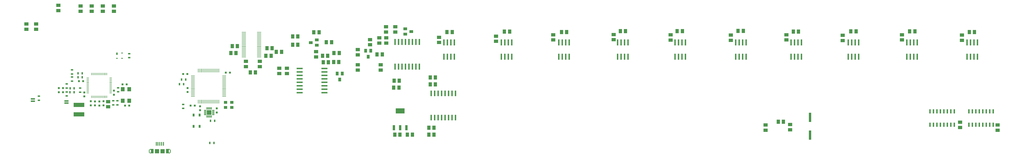
<source format=gbr>
G04 EAGLE Gerber RS-274X export*
G75*
%MOMM*%
%FSLAX34Y34*%
%LPD*%
%INSolderpaste Top*%
%IPPOS*%
%AMOC8*
5,1,8,0,0,1.08239X$1,22.5*%
G01*
%ADD10R,1.300000X1.500000*%
%ADD11R,0.600000X2.200000*%
%ADD12R,1.500000X1.300000*%
%ADD13R,1.600000X1.300000*%
%ADD14R,1.473200X0.279400*%
%ADD15R,0.279400X1.473200*%
%ADD16R,1.300000X1.050000*%
%ADD17R,0.600000X0.900000*%
%ADD18R,0.800000X0.800000*%
%ADD19R,0.812800X0.304800*%
%ADD20R,0.304800X0.812800*%
%ADD21R,1.701800X1.701800*%
%ADD22R,0.650000X1.050000*%
%ADD23R,0.482600X1.600200*%
%ADD24R,1.000000X1.400000*%
%ADD25R,1.400000X1.000000*%
%ADD26R,0.558800X2.298700*%
%ADD27R,2.298700X0.558800*%
%ADD28R,0.900000X1.860000*%
%ADD29R,3.190000X1.860000*%
%ADD30R,0.840000X0.260000*%
%ADD31R,0.260000X0.840000*%
%ADD32R,0.900000X0.600000*%
%ADD33R,1.500000X0.500000*%
%ADD34R,1.400000X1.600000*%
%ADD35R,1.400000X1.630000*%
%ADD36R,4.000000X1.500000*%
%ADD37R,0.535000X0.825000*%
%ADD38R,0.535000X0.400000*%
%ADD39C,0.000100*%
%ADD40R,0.400000X1.350000*%
%ADD41R,1.500000X1.550000*%
%ADD42R,1.550000X0.250000*%
%ADD43R,0.508000X1.993900*%
%ADD44R,0.900000X3.400000*%

G36*
X649680Y4946D02*
X649680Y4946D01*
X649681Y4945D01*
X650793Y5071D01*
X650794Y5071D01*
X651851Y5441D01*
X651852Y5441D01*
X652800Y6037D01*
X652800Y6038D01*
X652801Y6038D01*
X653593Y6829D01*
X653593Y6830D01*
X654189Y7778D01*
X654189Y7779D01*
X654559Y8836D01*
X654559Y8837D01*
X654560Y8840D01*
X654560Y8844D01*
X654561Y8849D01*
X654561Y8854D01*
X654563Y8868D01*
X654563Y8873D01*
X654564Y8878D01*
X654564Y8882D01*
X654565Y8882D01*
X654564Y8882D01*
X654565Y8887D01*
X654566Y8892D01*
X654567Y8906D01*
X654568Y8911D01*
X654568Y8916D01*
X654569Y8920D01*
X654569Y8925D01*
X654570Y8930D01*
X654571Y8944D01*
X654572Y8949D01*
X654573Y8954D01*
X654573Y8958D01*
X654574Y8963D01*
X654574Y8968D01*
X654576Y8982D01*
X654576Y8987D01*
X654577Y8992D01*
X654577Y8996D01*
X654578Y9001D01*
X654579Y9015D01*
X654580Y9015D01*
X654579Y9015D01*
X654580Y9020D01*
X654581Y9025D01*
X654581Y9030D01*
X654582Y9034D01*
X654582Y9039D01*
X654584Y9053D01*
X654584Y9058D01*
X654585Y9063D01*
X654585Y9068D01*
X654586Y9072D01*
X654586Y9077D01*
X654588Y9091D01*
X654589Y9096D01*
X654589Y9101D01*
X654590Y9106D01*
X654590Y9110D01*
X654591Y9115D01*
X654592Y9129D01*
X654593Y9134D01*
X654593Y9139D01*
X654594Y9144D01*
X654594Y9148D01*
X654597Y9167D01*
X654597Y9172D01*
X654598Y9177D01*
X654598Y9182D01*
X654599Y9186D01*
X654600Y9201D01*
X654601Y9205D01*
X654601Y9210D01*
X654602Y9215D01*
X654602Y9220D01*
X654603Y9220D01*
X654602Y9220D01*
X654603Y9224D01*
X654605Y9239D01*
X654605Y9243D01*
X654606Y9248D01*
X654606Y9253D01*
X654607Y9258D01*
X654607Y9262D01*
X654609Y9277D01*
X654609Y9281D01*
X654610Y9286D01*
X654611Y9291D01*
X654611Y9296D01*
X654612Y9300D01*
X654613Y9315D01*
X654614Y9319D01*
X654614Y9324D01*
X654615Y9329D01*
X654615Y9334D01*
X654617Y9353D01*
X654618Y9353D01*
X654617Y9353D01*
X654618Y9357D01*
X654619Y9362D01*
X654619Y9367D01*
X654620Y9372D01*
X654621Y9386D01*
X654622Y9391D01*
X654622Y9395D01*
X654623Y9400D01*
X654623Y9405D01*
X654624Y9410D01*
X654626Y9424D01*
X654626Y9429D01*
X654627Y9433D01*
X654627Y9438D01*
X654628Y9443D01*
X654628Y9448D01*
X654630Y9462D01*
X654630Y9467D01*
X654631Y9471D01*
X654631Y9476D01*
X654632Y9481D01*
X654632Y9486D01*
X654634Y9500D01*
X654635Y9505D01*
X654635Y9509D01*
X654636Y9514D01*
X654636Y9519D01*
X654638Y9533D01*
X654638Y9538D01*
X654639Y9543D01*
X654639Y9547D01*
X654640Y9552D01*
X654640Y9557D01*
X654641Y9557D01*
X654640Y9557D01*
X654642Y9571D01*
X654643Y9576D01*
X654643Y9581D01*
X654644Y9585D01*
X654644Y9590D01*
X654645Y9595D01*
X654646Y9609D01*
X654647Y9614D01*
X654647Y9619D01*
X654648Y9623D01*
X654649Y9628D01*
X654649Y9633D01*
X654651Y9647D01*
X654651Y9652D01*
X654652Y9657D01*
X654652Y9661D01*
X654653Y9666D01*
X654655Y9685D01*
X654655Y9690D01*
X654656Y9690D01*
X654655Y9690D01*
X654656Y9695D01*
X654657Y9699D01*
X654657Y9704D01*
X654659Y9718D01*
X654659Y9723D01*
X654660Y9728D01*
X654660Y9733D01*
X654661Y9737D01*
X654661Y9742D01*
X654663Y9756D01*
X654664Y9761D01*
X654664Y9766D01*
X654665Y9771D01*
X654665Y9775D01*
X654666Y9780D01*
X654667Y9794D01*
X654668Y9799D01*
X654668Y9804D01*
X654669Y9809D01*
X654669Y9813D01*
X654670Y9818D01*
X654672Y9832D01*
X654672Y9837D01*
X654673Y9842D01*
X654673Y9847D01*
X654674Y9851D01*
X654676Y9870D01*
X654676Y9875D01*
X654677Y9880D01*
X654677Y9885D01*
X654678Y9889D01*
X654680Y9904D01*
X654680Y9908D01*
X654681Y9913D01*
X654681Y9918D01*
X654682Y9923D01*
X654682Y9927D01*
X654684Y9942D01*
X654684Y9946D01*
X654685Y9949D01*
X654685Y9950D01*
X654685Y15450D01*
X654685Y15451D01*
X654559Y16563D01*
X654559Y16564D01*
X654189Y17621D01*
X654189Y17622D01*
X653593Y18570D01*
X653592Y18570D01*
X653593Y18571D01*
X652801Y19363D01*
X652800Y19363D01*
X651852Y19959D01*
X651851Y19959D01*
X650794Y20329D01*
X650793Y20329D01*
X649681Y20455D01*
X649680Y20455D01*
X637680Y20455D01*
X637675Y20451D01*
X637676Y20450D01*
X637675Y20450D01*
X637675Y4950D01*
X637679Y4945D01*
X637680Y4946D01*
X637680Y4945D01*
X649680Y4945D01*
X649680Y4946D01*
G37*
G36*
X591685Y4949D02*
X591685Y4949D01*
X591684Y4950D01*
X591685Y4950D01*
X591685Y20450D01*
X591681Y20455D01*
X591680Y20454D01*
X591680Y20455D01*
X579680Y20455D01*
X579679Y20455D01*
X578567Y20329D01*
X578566Y20329D01*
X577509Y19959D01*
X577508Y19959D01*
X576560Y19363D01*
X576560Y19362D01*
X576559Y19363D01*
X575768Y18571D01*
X575767Y18570D01*
X575171Y17622D01*
X575171Y17621D01*
X574801Y16564D01*
X574801Y16563D01*
X574800Y16555D01*
X574799Y16550D01*
X574799Y16545D01*
X574798Y16541D01*
X574798Y16536D01*
X574795Y16517D01*
X574795Y16512D01*
X574794Y16507D01*
X574794Y16503D01*
X574793Y16498D01*
X574792Y16484D01*
X574791Y16479D01*
X574791Y16474D01*
X574790Y16469D01*
X574790Y16465D01*
X574789Y16460D01*
X574787Y16446D01*
X574787Y16441D01*
X574786Y16436D01*
X574786Y16431D01*
X574785Y16427D01*
X574785Y16422D01*
X574783Y16408D01*
X574783Y16403D01*
X574782Y16398D01*
X574782Y16393D01*
X574781Y16389D01*
X574780Y16384D01*
X574779Y16370D01*
X574778Y16365D01*
X574778Y16360D01*
X574777Y16355D01*
X574777Y16351D01*
X574775Y16332D01*
X574774Y16327D01*
X574774Y16322D01*
X574773Y16322D01*
X574774Y16322D01*
X574773Y16317D01*
X574772Y16313D01*
X574771Y16298D01*
X574770Y16294D01*
X574770Y16289D01*
X574769Y16284D01*
X574769Y16279D01*
X574768Y16275D01*
X574767Y16260D01*
X574766Y16256D01*
X574765Y16251D01*
X574765Y16246D01*
X574764Y16241D01*
X574764Y16237D01*
X574762Y16222D01*
X574762Y16218D01*
X574761Y16213D01*
X574761Y16208D01*
X574760Y16203D01*
X574760Y16199D01*
X574758Y16184D01*
X574757Y16180D01*
X574757Y16175D01*
X574756Y16170D01*
X574756Y16165D01*
X574754Y16151D01*
X574754Y16146D01*
X574753Y16142D01*
X574753Y16137D01*
X574752Y16132D01*
X574752Y16127D01*
X574750Y16113D01*
X574749Y16108D01*
X574749Y16104D01*
X574748Y16099D01*
X574748Y16094D01*
X574747Y16089D01*
X574746Y16075D01*
X574745Y16070D01*
X574745Y16066D01*
X574744Y16061D01*
X574744Y16056D01*
X574743Y16051D01*
X574741Y16037D01*
X574741Y16032D01*
X574740Y16028D01*
X574740Y16023D01*
X574739Y16018D01*
X574737Y15999D01*
X574737Y15994D01*
X574736Y15990D01*
X574736Y15985D01*
X574735Y15985D01*
X574736Y15985D01*
X574735Y15980D01*
X574733Y15966D01*
X574733Y15961D01*
X574732Y15956D01*
X574732Y15952D01*
X574731Y15947D01*
X574731Y15942D01*
X574729Y15928D01*
X574729Y15923D01*
X574728Y15918D01*
X574727Y15914D01*
X574727Y15909D01*
X574726Y15904D01*
X574725Y15890D01*
X574724Y15885D01*
X574724Y15880D01*
X574723Y15876D01*
X574723Y15871D01*
X574722Y15866D01*
X574721Y15852D01*
X574720Y15852D01*
X574721Y15852D01*
X574720Y15847D01*
X574719Y15842D01*
X574719Y15838D01*
X574718Y15833D01*
X574716Y15814D01*
X574716Y15809D01*
X574715Y15804D01*
X574715Y15800D01*
X574714Y15795D01*
X574712Y15781D01*
X574712Y15776D01*
X574711Y15771D01*
X574711Y15766D01*
X574710Y15762D01*
X574710Y15757D01*
X574708Y15743D01*
X574708Y15738D01*
X574707Y15733D01*
X574707Y15728D01*
X574706Y15724D01*
X574706Y15719D01*
X574704Y15705D01*
X574703Y15700D01*
X574703Y15695D01*
X574702Y15690D01*
X574702Y15686D01*
X574701Y15681D01*
X574700Y15667D01*
X574699Y15662D01*
X574699Y15657D01*
X574698Y15652D01*
X574698Y15648D01*
X574697Y15648D01*
X574698Y15648D01*
X574696Y15633D01*
X574695Y15629D01*
X574695Y15624D01*
X574694Y15619D01*
X574694Y15614D01*
X574693Y15610D01*
X574692Y15595D01*
X574691Y15591D01*
X574691Y15586D01*
X574690Y15581D01*
X574689Y15576D01*
X574689Y15572D01*
X574687Y15557D01*
X574687Y15553D01*
X574686Y15548D01*
X574686Y15543D01*
X574685Y15538D01*
X574685Y15534D01*
X574683Y15519D01*
X574683Y15515D01*
X574682Y15515D01*
X574683Y15515D01*
X574682Y15510D01*
X574681Y15505D01*
X574681Y15500D01*
X574679Y15481D01*
X574678Y15477D01*
X574678Y15472D01*
X574677Y15467D01*
X574677Y15462D01*
X574675Y15451D01*
X574676Y15450D01*
X574675Y15450D01*
X574675Y9950D01*
X574676Y9950D01*
X574675Y9949D01*
X574801Y8837D01*
X574801Y8836D01*
X575171Y7779D01*
X575171Y7778D01*
X575767Y6830D01*
X575768Y6830D01*
X575768Y6829D01*
X576559Y6038D01*
X576560Y6037D01*
X577508Y5441D01*
X577509Y5441D01*
X578566Y5071D01*
X578567Y5071D01*
X579679Y4945D01*
X579680Y4946D01*
X579680Y4945D01*
X591680Y4945D01*
X591685Y4949D01*
G37*
%LPC*%
G36*
X649034Y7040D02*
X649034Y7040D01*
X648433Y7289D01*
X647916Y7686D01*
X647519Y8203D01*
X647270Y8804D01*
X647185Y9450D01*
X647185Y15950D01*
X647270Y16596D01*
X647519Y17198D01*
X647916Y17714D01*
X648433Y18111D01*
X649034Y18360D01*
X649680Y18445D01*
X650326Y18360D01*
X650928Y18111D01*
X651444Y17714D01*
X651841Y17198D01*
X652090Y16596D01*
X652175Y15950D01*
X652175Y9450D01*
X652139Y9178D01*
X652139Y9173D01*
X652138Y9169D01*
X652138Y9164D01*
X652137Y9159D01*
X652136Y9154D01*
X652136Y9150D01*
X652135Y9145D01*
X652134Y9140D01*
X652134Y9135D01*
X652133Y9131D01*
X652133Y9126D01*
X652132Y9121D01*
X652131Y9116D01*
X652131Y9112D01*
X652130Y9107D01*
X652129Y9102D01*
X652129Y9097D01*
X652128Y9093D01*
X652128Y9088D01*
X652127Y9083D01*
X652126Y9078D01*
X652126Y9074D01*
X652125Y9069D01*
X652124Y9064D01*
X652124Y9059D01*
X652123Y9055D01*
X652123Y9050D01*
X652122Y9045D01*
X652121Y9040D01*
X652121Y9036D01*
X652120Y9031D01*
X652090Y8804D01*
X651841Y8203D01*
X651444Y7686D01*
X650928Y7289D01*
X650326Y7040D01*
X649680Y6955D01*
X649034Y7040D01*
G37*
%LPD*%
%LPC*%
G36*
X579034Y7040D02*
X579034Y7040D01*
X578433Y7289D01*
X577916Y7686D01*
X577519Y8203D01*
X577270Y8804D01*
X577185Y9450D01*
X577185Y15950D01*
X577185Y15955D01*
X577186Y15955D01*
X577185Y15955D01*
X577186Y15960D01*
X577187Y15965D01*
X577187Y15969D01*
X577188Y15974D01*
X577189Y15979D01*
X577189Y15984D01*
X577190Y15988D01*
X577190Y15993D01*
X577191Y15993D01*
X577191Y15998D01*
X577192Y16003D01*
X577192Y16007D01*
X577193Y16012D01*
X577229Y16288D01*
X577230Y16292D01*
X577231Y16297D01*
X577231Y16302D01*
X577232Y16307D01*
X577232Y16311D01*
X577233Y16316D01*
X577234Y16321D01*
X577234Y16326D01*
X577235Y16330D01*
X577236Y16335D01*
X577236Y16340D01*
X577237Y16345D01*
X577237Y16349D01*
X577238Y16354D01*
X577239Y16359D01*
X577239Y16364D01*
X577240Y16368D01*
X577241Y16373D01*
X577241Y16378D01*
X577242Y16383D01*
X577242Y16387D01*
X577243Y16392D01*
X577244Y16397D01*
X577244Y16402D01*
X577245Y16406D01*
X577246Y16411D01*
X577246Y16416D01*
X577247Y16421D01*
X577247Y16425D01*
X577248Y16430D01*
X577249Y16435D01*
X577249Y16440D01*
X577270Y16596D01*
X577519Y17198D01*
X577916Y17714D01*
X578433Y18111D01*
X579034Y18360D01*
X579680Y18445D01*
X580326Y18360D01*
X580928Y18111D01*
X581444Y17714D01*
X581841Y17198D01*
X582090Y16596D01*
X582175Y15950D01*
X582175Y9450D01*
X582090Y8804D01*
X581841Y8203D01*
X581444Y7686D01*
X580928Y7289D01*
X580326Y7040D01*
X579680Y6955D01*
X579034Y7040D01*
G37*
%LPD*%
D10*
X1664566Y450454D03*
X1683566Y450454D03*
D11*
X1691894Y411572D03*
X1679194Y411572D03*
X1666494Y411572D03*
X1653794Y411572D03*
X1653794Y359572D03*
X1666494Y359572D03*
X1679194Y359572D03*
X1691894Y359572D03*
D12*
X1635760Y411886D03*
X1635760Y430886D03*
D13*
X2919520Y110960D03*
X2919520Y90960D03*
D10*
X2875640Y120500D03*
X2894640Y120500D03*
X1874760Y451500D03*
X1893760Y451500D03*
D11*
X1901770Y411572D03*
X1889070Y411572D03*
X1876370Y411572D03*
X1863670Y411572D03*
X1863670Y359572D03*
X1876370Y359572D03*
X1889070Y359572D03*
X1901770Y359572D03*
D12*
X1843720Y416000D03*
X1843720Y435000D03*
D10*
X2083220Y450500D03*
X2102220Y450500D03*
D11*
X2111770Y411572D03*
X2099070Y411572D03*
X2086370Y411572D03*
X2073670Y411572D03*
X2073670Y359572D03*
X2086370Y359572D03*
X2099070Y359572D03*
X2111770Y359572D03*
D12*
X2052720Y421000D03*
X2052720Y440000D03*
D10*
X2298220Y453500D03*
X2317220Y453500D03*
D11*
X2326770Y411572D03*
X2314070Y411572D03*
X2301370Y411572D03*
X2288670Y411572D03*
X2288670Y359572D03*
X2301370Y359572D03*
X2314070Y359572D03*
X2326770Y359572D03*
D12*
X2273720Y422000D03*
X2273720Y441000D03*
D10*
X2506420Y453700D03*
X2525420Y453700D03*
D11*
X2536770Y411572D03*
X2524070Y411572D03*
X2511370Y411572D03*
X2498670Y411572D03*
X2498670Y359572D03*
X2511370Y359572D03*
X2524070Y359572D03*
X2536770Y359572D03*
D12*
X2482420Y420700D03*
X2482420Y439700D03*
D10*
X2728920Y454500D03*
X2747920Y454500D03*
D11*
X2757970Y411572D03*
X2745270Y411572D03*
X2732570Y411572D03*
X2719870Y411572D03*
X2719870Y359572D03*
X2732570Y359572D03*
X2745270Y359572D03*
X2757970Y359572D03*
D12*
X2702240Y420000D03*
X2702240Y439000D03*
D10*
X2930620Y452000D03*
X2949620Y452000D03*
D11*
X2960770Y411572D03*
X2948070Y411572D03*
X2935370Y411572D03*
X2922670Y411572D03*
X2922670Y359572D03*
X2935370Y359572D03*
X2948070Y359572D03*
X2960770Y359572D03*
D12*
X2905220Y420900D03*
X2905220Y439900D03*
D10*
X3141220Y452500D03*
X3160220Y452500D03*
D11*
X3169770Y411572D03*
X3157070Y411572D03*
X3144370Y411572D03*
X3131670Y411572D03*
X3131670Y359572D03*
X3144370Y359572D03*
X3157070Y359572D03*
X3169770Y359572D03*
D12*
X3111720Y419000D03*
X3111720Y438000D03*
D10*
X3356220Y452500D03*
X3375220Y452500D03*
D11*
X3383770Y411572D03*
X3371070Y411572D03*
X3358370Y411572D03*
X3345670Y411572D03*
X3345670Y359572D03*
X3358370Y359572D03*
X3371070Y359572D03*
X3383770Y359572D03*
D12*
X3327720Y421000D03*
X3327720Y440000D03*
D10*
X3574220Y450500D03*
X3593220Y450500D03*
D11*
X3603770Y411572D03*
X3591070Y411572D03*
X3578370Y411572D03*
X3565670Y411572D03*
X3565670Y359572D03*
X3578370Y359572D03*
X3591070Y359572D03*
X3603770Y359572D03*
D12*
X3547720Y420000D03*
X3547720Y439000D03*
X127000Y460400D03*
X127000Y479400D03*
X243840Y528980D03*
X243840Y547980D03*
X162560Y460400D03*
X162560Y479400D03*
D14*
X735330Y289052D03*
X735330Y283972D03*
X735330Y278892D03*
X735330Y274066D03*
X735330Y268986D03*
X735330Y263906D03*
X735330Y259080D03*
X735330Y254000D03*
X735330Y248920D03*
X735330Y243840D03*
X735330Y239014D03*
X735330Y233934D03*
X735330Y228854D03*
X735330Y224028D03*
X735330Y218948D03*
X735330Y213868D03*
D15*
X754888Y194310D03*
X759968Y194310D03*
X765048Y194310D03*
X769874Y194310D03*
X774954Y194310D03*
X780034Y194310D03*
X784860Y194310D03*
X789940Y194310D03*
X795020Y194310D03*
X800100Y194310D03*
X804926Y194310D03*
X810006Y194310D03*
X815086Y194310D03*
X819912Y194310D03*
X824992Y194310D03*
X830072Y194310D03*
D14*
X849630Y213868D03*
X849630Y218948D03*
X849630Y224028D03*
X849630Y228854D03*
X849630Y233934D03*
X849630Y239014D03*
X849630Y243840D03*
X849630Y248920D03*
X849630Y254000D03*
X849630Y259080D03*
X849630Y263906D03*
X849630Y268986D03*
X849630Y274066D03*
X849630Y278892D03*
X849630Y283972D03*
X849630Y289052D03*
D15*
X830072Y308610D03*
X824992Y308610D03*
X819912Y308610D03*
X815086Y308610D03*
X810006Y308610D03*
X804926Y308610D03*
X800100Y308610D03*
X795020Y308610D03*
X789940Y308610D03*
X784860Y308610D03*
X780034Y308610D03*
X774954Y308610D03*
X769874Y308610D03*
X765048Y308610D03*
X759968Y308610D03*
X754888Y308610D03*
D16*
X877640Y192130D03*
X854640Y192130D03*
X854640Y173630D03*
X877640Y173630D03*
D17*
X686428Y258826D03*
X701428Y258826D03*
X694048Y275336D03*
X709048Y275336D03*
D18*
X716534Y229736D03*
X716534Y244736D03*
X700398Y296418D03*
X715398Y296418D03*
X823214Y154552D03*
X823214Y169552D03*
X762000Y162680D03*
X762000Y177680D03*
X871100Y300990D03*
X856100Y300990D03*
X727068Y179832D03*
X742068Y179832D03*
D19*
X809752Y147320D03*
X809752Y152400D03*
X809752Y157480D03*
X809752Y162560D03*
D20*
X802640Y169672D03*
X797560Y169672D03*
X792480Y169672D03*
X787400Y169672D03*
D19*
X780288Y162560D03*
X780288Y157480D03*
X780288Y152400D03*
X780288Y147320D03*
D20*
X787400Y140208D03*
X792480Y140208D03*
X797560Y140208D03*
X802640Y140208D03*
D21*
X795020Y154940D03*
D17*
X797680Y43180D03*
X812680Y43180D03*
X815220Y124460D03*
X800220Y124460D03*
D22*
X760050Y145210D03*
X760050Y103710D03*
X738550Y145210D03*
X738550Y103710D03*
D23*
X3519170Y159131D03*
X3506470Y159131D03*
X3493770Y159131D03*
X3481070Y159131D03*
X3468370Y159131D03*
X3455670Y159131D03*
X3442970Y159131D03*
X3430270Y159131D03*
X3430270Y110109D03*
X3442970Y110109D03*
X3455670Y110109D03*
X3468370Y110109D03*
X3481070Y110109D03*
X3493770Y110109D03*
X3506470Y110109D03*
X3519170Y110109D03*
X3661410Y159131D03*
X3648710Y159131D03*
X3636010Y159131D03*
X3623310Y159131D03*
X3610610Y159131D03*
X3597910Y159131D03*
X3585210Y159131D03*
X3572510Y159131D03*
X3572510Y110109D03*
X3585210Y110109D03*
X3597910Y110109D03*
X3610610Y110109D03*
X3623310Y110109D03*
X3636010Y110109D03*
X3648710Y110109D03*
X3661410Y110109D03*
D12*
X1338580Y385420D03*
X1338580Y366420D03*
D24*
X1386180Y381840D03*
X1367180Y381840D03*
X1376680Y359840D03*
D25*
X1511730Y461620D03*
X1511730Y442620D03*
X1533730Y452120D03*
D10*
X1409090Y368300D03*
X1428090Y368300D03*
D12*
X1475740Y469240D03*
X1475740Y450240D03*
X1383030Y422250D03*
X1383030Y403250D03*
X1441450Y450240D03*
X1441450Y469240D03*
D26*
X1474470Y323025D03*
X1487170Y323025D03*
X1499870Y323025D03*
X1512570Y323025D03*
X1525270Y323025D03*
X1537970Y323025D03*
X1550670Y323025D03*
X1563370Y323025D03*
X1563370Y413576D03*
X1550670Y413576D03*
X1537970Y413576D03*
X1525270Y413576D03*
X1512570Y413576D03*
X1499870Y413576D03*
X1487170Y413576D03*
X1474470Y413576D03*
D12*
X1338580Y310540D03*
X1338580Y329540D03*
X1422400Y310540D03*
X1422400Y329540D03*
X1442720Y428600D03*
X1442720Y409600D03*
D10*
X1490320Y271780D03*
X1471320Y271780D03*
X1196950Y449580D03*
X1177950Y449580D03*
D25*
X1188290Y401980D03*
X1188290Y420980D03*
X1166290Y411480D03*
D24*
X1282040Y298020D03*
X1263040Y298020D03*
X1272540Y276020D03*
D12*
X1186180Y377800D03*
X1186180Y358800D03*
D10*
X1269340Y340360D03*
X1250340Y340360D03*
X1242670Y412750D03*
X1223670Y412750D03*
X1251610Y373380D03*
X1270610Y373380D03*
D27*
X1125665Y316230D03*
X1125665Y303530D03*
X1125665Y290830D03*
X1125665Y278130D03*
X1125665Y265430D03*
X1125665Y252730D03*
X1125665Y240030D03*
X1125665Y227330D03*
X1216216Y227330D03*
X1216216Y240030D03*
X1216216Y252730D03*
X1216216Y265430D03*
X1216216Y278130D03*
X1216216Y290830D03*
X1216216Y303530D03*
X1216216Y316230D03*
D10*
X1100480Y403860D03*
X1119480Y403860D03*
X1100480Y434340D03*
X1119480Y434340D03*
X1231240Y339090D03*
X1212240Y339090D03*
D12*
X1079500Y297840D03*
X1079500Y316840D03*
X3540760Y118720D03*
X3540760Y99720D03*
X3677920Y108560D03*
X3677920Y89560D03*
X325120Y526440D03*
X325120Y545440D03*
X365760Y526440D03*
X365760Y545440D03*
X406400Y526440D03*
X406400Y545440D03*
X447040Y526440D03*
X447040Y545440D03*
X1417320Y428600D03*
X1417320Y409600D03*
D10*
X1228700Y363220D03*
X1209700Y363220D03*
D12*
X1051560Y297840D03*
X1051560Y316840D03*
D10*
X1489050Y246380D03*
X1470050Y246380D03*
X1617320Y99060D03*
X1598320Y99060D03*
X1617320Y73660D03*
X1598320Y73660D03*
X1622400Y257810D03*
X1603400Y257810D03*
X1622400Y283210D03*
X1603400Y283210D03*
D28*
X1470520Y98790D03*
X1493520Y98790D03*
X1516520Y98790D03*
D29*
X1493520Y160290D03*
D10*
X1538580Y73660D03*
X1519580Y73660D03*
X1473860Y73660D03*
X1492860Y73660D03*
D30*
X351446Y281754D03*
X351446Y276754D03*
X351446Y271754D03*
X351446Y266754D03*
X351446Y261754D03*
X351446Y256754D03*
X351446Y251754D03*
X351446Y246754D03*
X351446Y241754D03*
X351446Y236754D03*
X351446Y231754D03*
X351446Y226754D03*
D31*
X365946Y212254D03*
X370946Y212254D03*
X375946Y212254D03*
X380946Y212254D03*
X385946Y212254D03*
X390946Y212254D03*
X395946Y212254D03*
X400946Y212254D03*
X405946Y212254D03*
X410946Y212254D03*
X415946Y212254D03*
X420946Y212254D03*
D30*
X435446Y226754D03*
X435446Y231754D03*
X435446Y236754D03*
X435446Y241754D03*
X435446Y246754D03*
X435446Y251754D03*
X435446Y256754D03*
X435446Y261754D03*
X435446Y266754D03*
X435446Y271754D03*
X435446Y276754D03*
X435446Y281754D03*
D31*
X420946Y296254D03*
X415946Y296254D03*
X410946Y296254D03*
X405946Y296254D03*
X400946Y296254D03*
X395946Y296254D03*
X390946Y296254D03*
X385946Y296254D03*
X380946Y296254D03*
X375946Y296254D03*
X370946Y296254D03*
X365946Y296254D03*
D18*
X260738Y244094D03*
X245738Y244094D03*
X260738Y228854D03*
X245738Y228854D03*
D17*
X301378Y229362D03*
X286378Y229362D03*
D32*
X274574Y244214D03*
X274574Y259214D03*
X172466Y199764D03*
X172466Y214764D03*
X444246Y197492D03*
X444246Y182492D03*
X459740Y197492D03*
X459740Y182492D03*
D17*
X301632Y243840D03*
X286632Y243840D03*
X330842Y284226D03*
X315842Y284226D03*
X330842Y298704D03*
X315842Y298704D03*
D33*
X150368Y196152D03*
X150368Y204152D03*
D32*
X274574Y230258D03*
X274574Y215258D03*
X293624Y311030D03*
X293624Y296030D03*
X293370Y270122D03*
X293370Y285122D03*
D18*
X493148Y257556D03*
X478148Y257556D03*
D34*
X502728Y197948D03*
X502728Y239948D03*
D35*
X478728Y239948D03*
D34*
X478728Y197948D03*
D18*
X487546Y179832D03*
X502546Y179832D03*
D32*
X462534Y230498D03*
X462534Y245498D03*
D18*
X447294Y234830D03*
X447294Y219830D03*
X408432Y195714D03*
X408432Y180714D03*
X377444Y195460D03*
X377444Y180460D03*
X362204Y195714D03*
X362204Y180714D03*
X338328Y228480D03*
X338328Y213480D03*
X334144Y269494D03*
X319144Y269494D03*
D33*
X273558Y197040D03*
X273558Y189040D03*
D36*
X318770Y182600D03*
X318770Y147600D03*
D32*
X323596Y229482D03*
X323596Y244482D03*
D18*
X393192Y195206D03*
X393192Y180206D03*
D37*
X458185Y370820D03*
D38*
X458185Y353620D03*
X476535Y353620D03*
X476535Y372820D03*
D32*
X502920Y355720D03*
X502920Y370720D03*
D39*
X579680Y20400D02*
X579680Y18700D01*
X649680Y6700D02*
X649680Y5000D01*
D40*
X601680Y39700D03*
X608180Y39700D03*
X614680Y39700D03*
X621180Y39700D03*
X627680Y39700D03*
D41*
X604680Y12700D03*
X624680Y12700D03*
D42*
X977960Y358860D03*
X977960Y363860D03*
X977960Y368860D03*
X977960Y373860D03*
X977960Y378860D03*
X977960Y383860D03*
X977960Y388860D03*
X977960Y393860D03*
X977960Y398860D03*
X977960Y403860D03*
X977960Y408860D03*
X977960Y413860D03*
X977960Y418860D03*
X977960Y423860D03*
X977960Y428860D03*
X977960Y433860D03*
X977960Y438860D03*
X977960Y443860D03*
X977960Y448860D03*
X921960Y448860D03*
X921960Y443860D03*
X921960Y438860D03*
X921960Y433860D03*
X921960Y428860D03*
X921960Y423860D03*
X921960Y418860D03*
X921960Y413860D03*
X921960Y408860D03*
X921960Y403860D03*
X921960Y398860D03*
X921960Y393860D03*
X921960Y388860D03*
X921960Y383860D03*
X921960Y378860D03*
X921960Y373860D03*
X921960Y368860D03*
X921960Y363860D03*
X921960Y358860D03*
D10*
X1021690Y363220D03*
X1002690Y363220D03*
X1025500Y391160D03*
X1006500Y391160D03*
X879500Y398780D03*
X898500Y398780D03*
X874420Y373380D03*
X893420Y373380D03*
X1059790Y377190D03*
X1040790Y377190D03*
D12*
X929640Y323240D03*
X929640Y342240D03*
X980440Y323240D03*
X980440Y342240D03*
D10*
X945540Y302260D03*
X964540Y302260D03*
D43*
X1606550Y135573D03*
X1619250Y135573D03*
X1631950Y135573D03*
X1644650Y135573D03*
X1657350Y135573D03*
X1670050Y135573D03*
X1682750Y135573D03*
X1695450Y135573D03*
X1695450Y225108D03*
X1682750Y225108D03*
X1670050Y225108D03*
X1657350Y225108D03*
X1644650Y225108D03*
X1631950Y225108D03*
X1619250Y225108D03*
X1606550Y225108D03*
D12*
X2829560Y89560D03*
X2829560Y108560D03*
D44*
X2992120Y71640D03*
X2992120Y136640D03*
D12*
X425704Y175666D03*
X425704Y194666D03*
D32*
X700278Y169538D03*
X700278Y184538D03*
M02*

</source>
